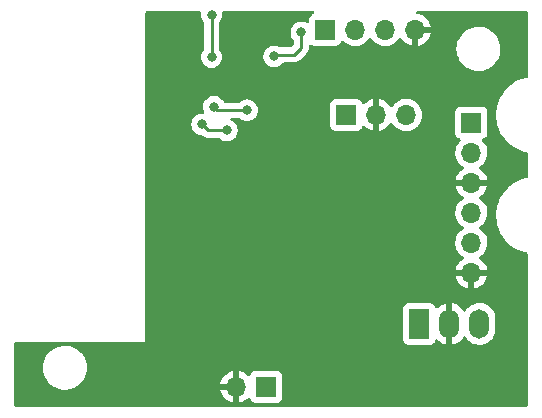
<source format=gbr>
%TF.GenerationSoftware,KiCad,Pcbnew,6.0.8-f2edbf62ab~116~ubuntu22.04.1*%
%TF.CreationDate,2022-10-18T22:53:01+02:00*%
%TF.ProjectId,ble-han-port-if,626c652d-6861-46e2-9d70-6f72742d6966,rev?*%
%TF.SameCoordinates,Original*%
%TF.FileFunction,Copper,L2,Bot*%
%TF.FilePolarity,Positive*%
%FSLAX46Y46*%
G04 Gerber Fmt 4.6, Leading zero omitted, Abs format (unit mm)*
G04 Created by KiCad (PCBNEW 6.0.8-f2edbf62ab~116~ubuntu22.04.1) date 2022-10-18 22:53:01*
%MOMM*%
%LPD*%
G01*
G04 APERTURE LIST*
%TA.AperFunction,ComponentPad*%
%ADD10R,1.700000X1.700000*%
%TD*%
%TA.AperFunction,ComponentPad*%
%ADD11O,1.700000X1.700000*%
%TD*%
%TA.AperFunction,ComponentPad*%
%ADD12R,1.700000X2.500000*%
%TD*%
%TA.AperFunction,ComponentPad*%
%ADD13O,1.700000X2.500000*%
%TD*%
%TA.AperFunction,ViaPad*%
%ADD14C,0.800000*%
%TD*%
%TA.AperFunction,Conductor*%
%ADD15C,0.250000*%
%TD*%
G04 APERTURE END LIST*
D10*
%TO.P,C8,1*%
%TO.N,+3V3*%
X137025000Y-116600000D03*
D11*
%TO.P,C8,2*%
%TO.N,GND*%
X134485000Y-116600000D03*
%TD*%
D10*
%TO.P,J2,1,Pin_1*%
%TO.N,+3V3*%
X142000000Y-86400000D03*
D11*
%TO.P,J2,2,Pin_2*%
%TO.N,/USB D-*%
X144540000Y-86400000D03*
%TO.P,J2,3,Pin_3*%
%TO.N,/USB D+*%
X147080000Y-86400000D03*
%TO.P,J2,4,Pin_4*%
%TO.N,GND*%
X149620000Y-86400000D03*
%TD*%
%TO.P,J3,6,Pin_6*%
%TO.N,GND*%
X154400000Y-106950000D03*
%TO.P,J3,5,Pin_5*%
%TO.N,/TX*%
X154400000Y-104410000D03*
%TO.P,J3,4,Pin_4*%
%TO.N,unconnected-(J3-Pad4)*%
X154400000Y-101870000D03*
%TO.P,J3,3,Pin_3*%
%TO.N,GND*%
X154400000Y-99330000D03*
%TO.P,J3,2,Pin_2*%
%TO.N,+5V*%
X154400000Y-96790000D03*
D10*
%TO.P,J3,1,Pin_1*%
X154400000Y-94250000D03*
%TD*%
%TO.P,J1,1,Pin_1*%
%TO.N,Net-(J1-Pad1)*%
X143800000Y-93600000D03*
D11*
%TO.P,J1,2,Pin_2*%
%TO.N,GND*%
X146340000Y-93600000D03*
%TO.P,J1,3,Pin_3*%
%TO.N,Net-(J1-Pad3)*%
X148880000Y-93600000D03*
%TD*%
D12*
%TO.P,U4,1,IN*%
%TO.N,+5V*%
X150002500Y-111292500D03*
D13*
%TO.P,U4,2,GND*%
%TO.N,GND*%
X152542500Y-111292500D03*
%TO.P,U4,3,OUT*%
%TO.N,+3V3*%
X155082500Y-111292500D03*
%TD*%
D14*
%TO.N,GND*%
X127650000Y-88300000D03*
X133800000Y-91800000D03*
X139300000Y-94750000D03*
X138800000Y-100100000D03*
X128800000Y-95250000D03*
X127150000Y-117450000D03*
X123900000Y-114300000D03*
X147950000Y-117100000D03*
X157350000Y-116950000D03*
X135900000Y-97700000D03*
X134500000Y-98800000D03*
X134500000Y-96700000D03*
X133300000Y-97700000D03*
X134500000Y-97800000D03*
X133200000Y-98900000D03*
X135900000Y-98900000D03*
X135900000Y-96700000D03*
X133300000Y-96700000D03*
%TO.N,/ledb*%
X132600000Y-92900000D03*
X135400000Y-93200000D03*
%TO.N,/leda*%
X131600000Y-94400000D03*
X133700000Y-94900000D03*
%TO.N,Net-(R4-Pad1)*%
X140000000Y-86600000D03*
X137700000Y-88650000D03*
%TO.N,Net-(R5-Pad1)*%
X132400000Y-88700000D03*
X132400000Y-85100000D03*
%TO.N,GND*%
X149600000Y-102900000D03*
X129900000Y-111700000D03*
X139900000Y-109200000D03*
X143100000Y-112900000D03*
X142300000Y-91000000D03*
X150700000Y-89500000D03*
%TD*%
D15*
%TO.N,Net-(R4-Pad1)*%
X139400000Y-88500000D02*
X137850000Y-88500000D01*
X137850000Y-88500000D02*
X137700000Y-88650000D01*
%TO.N,/ledb*%
X135400000Y-93200000D02*
X132900000Y-93200000D01*
X132900000Y-93200000D02*
X132600000Y-92900000D01*
%TO.N,/leda*%
X132100000Y-94900000D02*
X131600000Y-94400000D01*
X133700000Y-94900000D02*
X132100000Y-94900000D01*
%TO.N,Net-(R4-Pad1)*%
X140000000Y-86600000D02*
X140000000Y-87900000D01*
X140000000Y-87900000D02*
X139400000Y-88500000D01*
%TO.N,Net-(R5-Pad1)*%
X132400000Y-88700000D02*
X132400000Y-85100000D01*
%TD*%
%TA.AperFunction,Conductor*%
%TO.N,GND*%
G36*
X131445317Y-84828502D02*
G01*
X131491810Y-84882158D01*
X131502506Y-84947670D01*
X131489013Y-85076050D01*
X131486496Y-85100000D01*
X131487186Y-85106565D01*
X131504177Y-85268222D01*
X131506458Y-85289928D01*
X131565473Y-85471556D01*
X131568776Y-85477278D01*
X131568777Y-85477279D01*
X131584945Y-85505283D01*
X131660960Y-85636944D01*
X131734137Y-85718215D01*
X131764853Y-85782221D01*
X131766500Y-85802524D01*
X131766500Y-87997476D01*
X131746498Y-88065597D01*
X131734142Y-88081779D01*
X131660960Y-88163056D01*
X131651745Y-88179017D01*
X131592807Y-88281101D01*
X131565473Y-88328444D01*
X131506458Y-88510072D01*
X131486496Y-88700000D01*
X131487186Y-88706565D01*
X131499396Y-88822733D01*
X131506458Y-88889928D01*
X131565473Y-89071556D01*
X131660960Y-89236944D01*
X131788747Y-89378866D01*
X131943248Y-89491118D01*
X131949276Y-89493802D01*
X131949278Y-89493803D01*
X132101338Y-89561504D01*
X132117712Y-89568794D01*
X132211112Y-89588647D01*
X132298056Y-89607128D01*
X132298061Y-89607128D01*
X132304513Y-89608500D01*
X132495487Y-89608500D01*
X132501939Y-89607128D01*
X132501944Y-89607128D01*
X132588888Y-89588647D01*
X132682288Y-89568794D01*
X132698662Y-89561504D01*
X132850722Y-89493803D01*
X132850724Y-89493802D01*
X132856752Y-89491118D01*
X133011253Y-89378866D01*
X133139040Y-89236944D01*
X133234527Y-89071556D01*
X133293542Y-88889928D01*
X133300605Y-88822733D01*
X133312814Y-88706565D01*
X133313504Y-88700000D01*
X133293542Y-88510072D01*
X133234527Y-88328444D01*
X133207194Y-88281101D01*
X133148255Y-88179017D01*
X133139040Y-88163056D01*
X133065863Y-88081785D01*
X133035147Y-88017779D01*
X133033500Y-87997476D01*
X133033500Y-85802524D01*
X133053502Y-85734403D01*
X133065858Y-85718221D01*
X133139040Y-85636944D01*
X133215055Y-85505283D01*
X133231223Y-85477279D01*
X133231224Y-85477278D01*
X133234527Y-85471556D01*
X133293542Y-85289928D01*
X133295824Y-85268222D01*
X133312814Y-85106565D01*
X133313504Y-85100000D01*
X133310987Y-85076050D01*
X133297494Y-84947670D01*
X133310266Y-84877832D01*
X133358768Y-84825985D01*
X133422804Y-84808500D01*
X140984179Y-84808500D01*
X141052300Y-84828502D01*
X141098793Y-84882158D01*
X141108897Y-84952432D01*
X141079403Y-85017012D01*
X141028408Y-85052482D01*
X140911705Y-85096232D01*
X140911704Y-85096233D01*
X140903295Y-85099385D01*
X140786739Y-85186739D01*
X140699385Y-85303295D01*
X140648255Y-85439684D01*
X140641500Y-85501866D01*
X140641500Y-85698105D01*
X140621498Y-85766226D01*
X140567842Y-85812719D01*
X140497568Y-85822823D01*
X140456824Y-85808720D01*
X140456752Y-85808882D01*
X140450724Y-85806198D01*
X140450722Y-85806197D01*
X140288319Y-85733891D01*
X140288318Y-85733891D01*
X140282288Y-85731206D01*
X140188888Y-85711353D01*
X140101944Y-85692872D01*
X140101939Y-85692872D01*
X140095487Y-85691500D01*
X139904513Y-85691500D01*
X139898061Y-85692872D01*
X139898056Y-85692872D01*
X139811112Y-85711353D01*
X139717712Y-85731206D01*
X139711682Y-85733891D01*
X139711681Y-85733891D01*
X139549278Y-85806197D01*
X139549276Y-85806198D01*
X139543248Y-85808882D01*
X139388747Y-85921134D01*
X139260960Y-86063056D01*
X139165473Y-86228444D01*
X139106458Y-86410072D01*
X139105768Y-86416633D01*
X139105768Y-86416635D01*
X139103237Y-86440714D01*
X139086496Y-86600000D01*
X139106458Y-86789928D01*
X139165473Y-86971556D01*
X139260960Y-87136944D01*
X139334137Y-87218215D01*
X139364853Y-87282221D01*
X139366500Y-87302524D01*
X139366500Y-87585405D01*
X139346498Y-87653526D01*
X139329595Y-87674501D01*
X139174499Y-87829596D01*
X139112187Y-87863621D01*
X139085404Y-87866500D01*
X138200645Y-87866500D01*
X138149396Y-87855607D01*
X137988319Y-87783891D01*
X137988318Y-87783891D01*
X137982288Y-87781206D01*
X137887683Y-87761097D01*
X137801944Y-87742872D01*
X137801939Y-87742872D01*
X137795487Y-87741500D01*
X137604513Y-87741500D01*
X137598061Y-87742872D01*
X137598056Y-87742872D01*
X137512317Y-87761097D01*
X137417712Y-87781206D01*
X137411682Y-87783891D01*
X137411681Y-87783891D01*
X137249278Y-87856197D01*
X137249276Y-87856198D01*
X137243248Y-87858882D01*
X137237907Y-87862762D01*
X137237906Y-87862763D01*
X137187843Y-87899136D01*
X137088747Y-87971134D01*
X137084326Y-87976044D01*
X137084325Y-87976045D01*
X136967464Y-88105833D01*
X136960960Y-88113056D01*
X136928791Y-88168774D01*
X136895117Y-88227100D01*
X136865473Y-88278444D01*
X136806458Y-88460072D01*
X136805768Y-88466633D01*
X136805768Y-88466635D01*
X136787186Y-88643435D01*
X136786496Y-88650000D01*
X136787186Y-88656565D01*
X136797015Y-88750079D01*
X136806458Y-88839928D01*
X136865473Y-89021556D01*
X136868776Y-89027278D01*
X136868777Y-89027279D01*
X136884718Y-89054890D01*
X136960960Y-89186944D01*
X136965378Y-89191851D01*
X136965379Y-89191852D01*
X137084325Y-89323955D01*
X137088747Y-89328866D01*
X137243248Y-89441118D01*
X137249276Y-89443802D01*
X137249278Y-89443803D01*
X137346833Y-89487237D01*
X137417712Y-89518794D01*
X137511112Y-89538647D01*
X137598056Y-89557128D01*
X137598061Y-89557128D01*
X137604513Y-89558500D01*
X137795487Y-89558500D01*
X137801939Y-89557128D01*
X137801944Y-89557128D01*
X137888888Y-89538647D01*
X137982288Y-89518794D01*
X138053167Y-89487237D01*
X138150722Y-89443803D01*
X138150724Y-89443802D01*
X138156752Y-89441118D01*
X138311253Y-89328866D01*
X138315675Y-89323955D01*
X138434621Y-89191852D01*
X138434622Y-89191851D01*
X138439040Y-89186944D01*
X138440414Y-89184565D01*
X138495504Y-89142085D01*
X138541216Y-89133500D01*
X139321233Y-89133500D01*
X139332416Y-89134027D01*
X139339909Y-89135702D01*
X139347835Y-89135453D01*
X139347836Y-89135453D01*
X139407986Y-89133562D01*
X139411945Y-89133500D01*
X139439856Y-89133500D01*
X139443791Y-89133003D01*
X139443856Y-89132995D01*
X139455693Y-89132062D01*
X139487951Y-89131048D01*
X139491970Y-89130922D01*
X139499889Y-89130673D01*
X139519343Y-89125021D01*
X139538700Y-89121013D01*
X139550930Y-89119468D01*
X139550931Y-89119468D01*
X139558797Y-89118474D01*
X139566168Y-89115555D01*
X139566170Y-89115555D01*
X139599912Y-89102196D01*
X139611142Y-89098351D01*
X139645983Y-89088229D01*
X139645984Y-89088229D01*
X139653593Y-89086018D01*
X139660412Y-89081985D01*
X139660417Y-89081983D01*
X139671028Y-89075707D01*
X139688776Y-89067012D01*
X139707617Y-89059552D01*
X139743387Y-89033564D01*
X139753307Y-89027048D01*
X139784535Y-89008580D01*
X139784538Y-89008578D01*
X139791362Y-89004542D01*
X139805683Y-88990221D01*
X139820717Y-88977380D01*
X139830694Y-88970131D01*
X139837107Y-88965472D01*
X139865298Y-88931395D01*
X139873288Y-88922616D01*
X140392247Y-88403657D01*
X140400537Y-88396113D01*
X140407018Y-88392000D01*
X140453659Y-88342332D01*
X140456413Y-88339491D01*
X140476134Y-88319770D01*
X140478612Y-88316575D01*
X140486318Y-88307553D01*
X140511158Y-88281101D01*
X140516586Y-88275321D01*
X140526346Y-88257568D01*
X140537199Y-88241045D01*
X140544753Y-88231306D01*
X140549613Y-88225041D01*
X140567176Y-88184457D01*
X140572383Y-88173827D01*
X140593695Y-88135060D01*
X140595666Y-88127383D01*
X140595668Y-88127378D01*
X140598732Y-88115442D01*
X140605138Y-88096730D01*
X140610033Y-88085419D01*
X140613181Y-88078145D01*
X140614421Y-88070317D01*
X140614423Y-88070310D01*
X140618863Y-88042277D01*
X153137009Y-88042277D01*
X153162625Y-88310769D01*
X153163710Y-88315203D01*
X153163711Y-88315209D01*
X153209858Y-88503794D01*
X153226731Y-88572750D01*
X153327985Y-88822733D01*
X153391609Y-88931395D01*
X153444401Y-89021556D01*
X153464265Y-89055482D01*
X153499875Y-89100010D01*
X153584686Y-89206060D01*
X153632716Y-89266119D01*
X153829809Y-89450234D01*
X154051416Y-89603968D01*
X154055499Y-89605999D01*
X154055502Y-89606001D01*
X154171013Y-89663466D01*
X154292894Y-89724101D01*
X154297228Y-89725522D01*
X154297231Y-89725523D01*
X154544853Y-89806698D01*
X154544859Y-89806699D01*
X154549186Y-89808118D01*
X154553677Y-89808898D01*
X154553678Y-89808898D01*
X154811140Y-89853601D01*
X154811148Y-89853602D01*
X154814921Y-89854257D01*
X154818758Y-89854448D01*
X154898578Y-89858422D01*
X154898586Y-89858422D01*
X154900149Y-89858500D01*
X155068512Y-89858500D01*
X155070780Y-89858335D01*
X155070792Y-89858335D01*
X155201884Y-89848823D01*
X155269004Y-89843953D01*
X155273459Y-89842969D01*
X155273462Y-89842969D01*
X155527912Y-89786791D01*
X155527916Y-89786790D01*
X155532372Y-89785806D01*
X155658480Y-89738028D01*
X155780318Y-89691868D01*
X155780321Y-89691867D01*
X155784588Y-89690250D01*
X156020368Y-89559286D01*
X156234773Y-89395657D01*
X156247392Y-89382749D01*
X156420117Y-89206060D01*
X156423312Y-89202792D01*
X156582034Y-88984730D01*
X156665190Y-88826676D01*
X156705490Y-88750079D01*
X156705493Y-88750073D01*
X156707615Y-88746039D01*
X156743849Y-88643435D01*
X156795902Y-88496033D01*
X156795902Y-88496032D01*
X156797425Y-88491720D01*
X156831316Y-88319770D01*
X156848700Y-88231572D01*
X156848701Y-88231566D01*
X156849581Y-88227100D01*
X156852769Y-88163056D01*
X156862764Y-87962292D01*
X156862764Y-87962286D01*
X156862991Y-87957723D01*
X156837375Y-87689231D01*
X156832468Y-87669174D01*
X156774355Y-87431688D01*
X156773269Y-87427250D01*
X156672015Y-87177267D01*
X156535735Y-86944518D01*
X156417127Y-86796206D01*
X156370136Y-86737447D01*
X156370135Y-86737445D01*
X156367284Y-86733881D01*
X156170191Y-86549766D01*
X155948584Y-86396032D01*
X155944501Y-86394001D01*
X155944498Y-86393999D01*
X155779606Y-86311967D01*
X155707106Y-86275899D01*
X155702772Y-86274478D01*
X155702769Y-86274477D01*
X155455147Y-86193302D01*
X155455141Y-86193301D01*
X155450814Y-86191882D01*
X155446322Y-86191102D01*
X155188860Y-86146399D01*
X155188852Y-86146398D01*
X155185079Y-86145743D01*
X155173817Y-86145182D01*
X155101422Y-86141578D01*
X155101414Y-86141578D01*
X155099851Y-86141500D01*
X154931488Y-86141500D01*
X154929220Y-86141665D01*
X154929208Y-86141665D01*
X154798116Y-86151177D01*
X154730996Y-86156047D01*
X154726541Y-86157031D01*
X154726538Y-86157031D01*
X154472088Y-86213209D01*
X154472084Y-86213210D01*
X154467628Y-86214194D01*
X154430016Y-86228444D01*
X154219682Y-86308132D01*
X154219679Y-86308133D01*
X154215412Y-86309750D01*
X153979632Y-86440714D01*
X153765227Y-86604343D01*
X153762034Y-86607609D01*
X153762032Y-86607611D01*
X153712309Y-86658475D01*
X153576688Y-86797208D01*
X153417966Y-87015270D01*
X153394768Y-87059362D01*
X153294510Y-87249921D01*
X153294507Y-87249927D01*
X153292385Y-87253961D01*
X153290865Y-87258266D01*
X153290863Y-87258270D01*
X153204125Y-87503891D01*
X153202575Y-87508280D01*
X153177463Y-87635691D01*
X153154589Y-87751745D01*
X153150419Y-87772900D01*
X153150192Y-87777453D01*
X153150192Y-87777456D01*
X153137976Y-88022856D01*
X153137009Y-88042277D01*
X140618863Y-88042277D01*
X140620099Y-88034476D01*
X140622505Y-88022856D01*
X140631528Y-87987711D01*
X140631528Y-87987710D01*
X140633500Y-87980030D01*
X140633500Y-87959776D01*
X140635051Y-87940065D01*
X140636980Y-87927886D01*
X140638220Y-87920057D01*
X140634059Y-87876038D01*
X140633500Y-87864181D01*
X140633500Y-87750305D01*
X140653502Y-87682184D01*
X140707158Y-87635691D01*
X140777432Y-87625587D01*
X140835064Y-87649479D01*
X140903295Y-87700615D01*
X141039684Y-87751745D01*
X141101866Y-87758500D01*
X142898134Y-87758500D01*
X142960316Y-87751745D01*
X143096705Y-87700615D01*
X143213261Y-87613261D01*
X143300615Y-87496705D01*
X143322799Y-87437529D01*
X143344598Y-87379382D01*
X143387240Y-87322618D01*
X143453802Y-87297918D01*
X143523150Y-87313126D01*
X143557817Y-87341114D01*
X143586250Y-87373938D01*
X143662376Y-87437139D01*
X143753465Y-87512762D01*
X143758126Y-87516632D01*
X143951000Y-87629338D01*
X144159692Y-87709030D01*
X144164760Y-87710061D01*
X144164763Y-87710062D01*
X144259862Y-87729410D01*
X144378597Y-87753567D01*
X144383772Y-87753757D01*
X144383774Y-87753757D01*
X144596673Y-87761564D01*
X144596677Y-87761564D01*
X144601837Y-87761753D01*
X144606957Y-87761097D01*
X144606959Y-87761097D01*
X144818288Y-87734025D01*
X144818289Y-87734025D01*
X144823416Y-87733368D01*
X144828366Y-87731883D01*
X145032429Y-87670661D01*
X145032434Y-87670659D01*
X145037384Y-87669174D01*
X145237994Y-87570896D01*
X145419860Y-87441173D01*
X145578096Y-87283489D01*
X145708453Y-87102077D01*
X145709776Y-87103028D01*
X145756645Y-87059857D01*
X145826580Y-87047625D01*
X145892026Y-87075144D01*
X145919875Y-87106994D01*
X145979987Y-87205088D01*
X146126250Y-87373938D01*
X146202376Y-87437139D01*
X146293465Y-87512762D01*
X146298126Y-87516632D01*
X146491000Y-87629338D01*
X146699692Y-87709030D01*
X146704760Y-87710061D01*
X146704763Y-87710062D01*
X146799862Y-87729410D01*
X146918597Y-87753567D01*
X146923772Y-87753757D01*
X146923774Y-87753757D01*
X147136673Y-87761564D01*
X147136677Y-87761564D01*
X147141837Y-87761753D01*
X147146957Y-87761097D01*
X147146959Y-87761097D01*
X147358288Y-87734025D01*
X147358289Y-87734025D01*
X147363416Y-87733368D01*
X147368366Y-87731883D01*
X147572429Y-87670661D01*
X147572434Y-87670659D01*
X147577384Y-87669174D01*
X147777994Y-87570896D01*
X147959860Y-87441173D01*
X148118096Y-87283489D01*
X148248453Y-87102077D01*
X148249640Y-87102930D01*
X148296960Y-87059362D01*
X148366897Y-87047145D01*
X148432338Y-87074678D01*
X148460166Y-87106511D01*
X148517694Y-87200388D01*
X148523777Y-87208699D01*
X148663213Y-87369667D01*
X148670580Y-87376883D01*
X148834434Y-87512916D01*
X148842881Y-87518831D01*
X149026756Y-87626279D01*
X149036042Y-87630729D01*
X149235001Y-87706703D01*
X149244899Y-87709579D01*
X149348250Y-87730606D01*
X149362299Y-87729410D01*
X149366000Y-87719065D01*
X149366000Y-87718517D01*
X149874000Y-87718517D01*
X149878064Y-87732359D01*
X149891478Y-87734393D01*
X149898184Y-87733534D01*
X149908262Y-87731392D01*
X150112255Y-87670191D01*
X150121842Y-87666433D01*
X150313095Y-87572739D01*
X150321945Y-87567464D01*
X150495328Y-87443792D01*
X150503200Y-87437139D01*
X150654052Y-87286812D01*
X150660730Y-87278965D01*
X150785003Y-87106020D01*
X150790313Y-87097183D01*
X150884670Y-86906267D01*
X150888469Y-86896672D01*
X150950377Y-86692910D01*
X150952555Y-86682837D01*
X150953986Y-86671962D01*
X150951775Y-86657778D01*
X150938617Y-86654000D01*
X149892115Y-86654000D01*
X149876876Y-86658475D01*
X149875671Y-86659865D01*
X149874000Y-86667548D01*
X149874000Y-87718517D01*
X149366000Y-87718517D01*
X149366000Y-86272000D01*
X149386002Y-86203879D01*
X149439658Y-86157386D01*
X149492000Y-86146000D01*
X150938344Y-86146000D01*
X150951875Y-86142027D01*
X150953180Y-86132947D01*
X150911214Y-85965875D01*
X150907894Y-85956124D01*
X150822972Y-85760814D01*
X150818105Y-85751739D01*
X150702426Y-85572926D01*
X150696136Y-85564757D01*
X150552806Y-85407240D01*
X150545273Y-85400215D01*
X150378139Y-85268222D01*
X150369552Y-85262517D01*
X150183117Y-85159599D01*
X150173705Y-85155369D01*
X149972959Y-85084280D01*
X149962989Y-85081646D01*
X149833307Y-85058547D01*
X149769750Y-85026909D01*
X149733387Y-84965932D01*
X149735763Y-84894975D01*
X149776124Y-84836567D01*
X149841656Y-84809252D01*
X149855403Y-84808500D01*
X159065500Y-84808500D01*
X159133621Y-84828502D01*
X159180114Y-84882158D01*
X159191500Y-84934500D01*
X159191500Y-90325008D01*
X159171498Y-90393129D01*
X159117842Y-90439622D01*
X159085886Y-90449348D01*
X159070225Y-90451915D01*
X159012618Y-90461359D01*
X159012609Y-90461361D01*
X159009254Y-90461911D01*
X159005964Y-90462824D01*
X159005966Y-90462824D01*
X158677311Y-90554074D01*
X158677308Y-90554075D01*
X158674016Y-90554989D01*
X158350807Y-90683768D01*
X158043416Y-90846736D01*
X158040601Y-90848644D01*
X158040597Y-90848647D01*
X157758272Y-91040068D01*
X157758265Y-91040074D01*
X157755447Y-91041984D01*
X157490276Y-91267223D01*
X157251012Y-91519811D01*
X157040460Y-91796787D01*
X157038697Y-91799717D01*
X157038695Y-91799720D01*
X156900240Y-92029834D01*
X156861088Y-92094904D01*
X156715001Y-92410668D01*
X156673200Y-92534729D01*
X156616236Y-92703794D01*
X156603910Y-92740375D01*
X156529117Y-93080160D01*
X156528747Y-93083559D01*
X156528746Y-93083567D01*
X156509877Y-93257068D01*
X156491500Y-93426040D01*
X156491500Y-93773960D01*
X156503910Y-93888069D01*
X156527884Y-94108500D01*
X156529117Y-94119840D01*
X156603910Y-94459625D01*
X156605001Y-94462864D01*
X156605003Y-94462870D01*
X156624955Y-94522084D01*
X156715001Y-94789332D01*
X156861088Y-95105096D01*
X156862842Y-95108011D01*
X156862844Y-95108015D01*
X157038695Y-95400280D01*
X157040460Y-95403213D01*
X157251012Y-95680189D01*
X157490276Y-95932777D01*
X157755447Y-96158016D01*
X157758265Y-96159926D01*
X157758272Y-96159932D01*
X158039637Y-96350702D01*
X158043416Y-96353264D01*
X158350807Y-96516232D01*
X158674016Y-96645011D01*
X158677308Y-96645925D01*
X158677311Y-96645926D01*
X158879303Y-96702008D01*
X159009254Y-96738089D01*
X159012609Y-96738639D01*
X159012618Y-96738641D01*
X159070225Y-96748085D01*
X159085885Y-96750652D01*
X159149872Y-96781411D01*
X159187072Y-96841882D01*
X159191500Y-96874992D01*
X159191500Y-98825008D01*
X159171498Y-98893129D01*
X159117842Y-98939622D01*
X159085886Y-98949348D01*
X159070225Y-98951915D01*
X159012618Y-98961359D01*
X159012609Y-98961361D01*
X159009254Y-98961911D01*
X159005964Y-98962824D01*
X159005966Y-98962824D01*
X158677311Y-99054074D01*
X158677308Y-99054075D01*
X158674016Y-99054989D01*
X158350807Y-99183768D01*
X158043416Y-99346736D01*
X158040601Y-99348644D01*
X158040597Y-99348647D01*
X157758272Y-99540068D01*
X157758265Y-99540074D01*
X157755447Y-99541984D01*
X157701305Y-99587973D01*
X157531219Y-99732446D01*
X157490276Y-99767223D01*
X157251012Y-100019811D01*
X157040460Y-100296787D01*
X157038697Y-100299717D01*
X157038695Y-100299720D01*
X156924687Y-100489203D01*
X156861088Y-100594904D01*
X156715001Y-100910668D01*
X156713909Y-100913910D01*
X156617051Y-101201375D01*
X156603910Y-101240375D01*
X156529117Y-101580160D01*
X156528747Y-101583559D01*
X156528746Y-101583567D01*
X156524816Y-101619707D01*
X156491500Y-101926040D01*
X156491500Y-102273960D01*
X156529117Y-102619840D01*
X156603910Y-102959625D01*
X156605001Y-102962864D01*
X156605003Y-102962870D01*
X156613889Y-102989242D01*
X156715001Y-103289332D01*
X156861088Y-103605096D01*
X156862842Y-103608011D01*
X156862844Y-103608015D01*
X156955189Y-103761492D01*
X157040460Y-103903213D01*
X157251012Y-104180189D01*
X157490276Y-104432777D01*
X157755447Y-104658016D01*
X157758265Y-104659926D01*
X157758272Y-104659932D01*
X158040597Y-104851353D01*
X158043416Y-104853264D01*
X158350807Y-105016232D01*
X158674016Y-105145011D01*
X158677308Y-105145925D01*
X158677311Y-105145926D01*
X158879303Y-105202008D01*
X159009254Y-105238089D01*
X159012609Y-105238639D01*
X159012618Y-105238641D01*
X159070225Y-105248085D01*
X159085885Y-105250652D01*
X159149872Y-105281411D01*
X159187072Y-105341882D01*
X159191500Y-105374992D01*
X159191500Y-118165500D01*
X159171498Y-118233621D01*
X159117842Y-118280114D01*
X159065500Y-118291500D01*
X115834500Y-118291500D01*
X115766379Y-118271498D01*
X115719886Y-118217842D01*
X115708500Y-118165500D01*
X115708500Y-116867966D01*
X133153257Y-116867966D01*
X133183565Y-117002446D01*
X133186645Y-117012275D01*
X133266770Y-117209603D01*
X133271413Y-117218794D01*
X133382694Y-117400388D01*
X133388777Y-117408699D01*
X133528213Y-117569667D01*
X133535580Y-117576883D01*
X133699434Y-117712916D01*
X133707881Y-117718831D01*
X133891756Y-117826279D01*
X133901042Y-117830729D01*
X134100001Y-117906703D01*
X134109899Y-117909579D01*
X134213250Y-117930606D01*
X134227299Y-117929410D01*
X134231000Y-117919065D01*
X134231000Y-117918517D01*
X134739000Y-117918517D01*
X134743064Y-117932359D01*
X134756478Y-117934393D01*
X134763184Y-117933534D01*
X134773262Y-117931392D01*
X134977255Y-117870191D01*
X134986842Y-117866433D01*
X135178095Y-117772739D01*
X135186945Y-117767464D01*
X135360328Y-117643792D01*
X135368193Y-117637145D01*
X135472897Y-117532805D01*
X135535268Y-117498889D01*
X135606075Y-117504077D01*
X135662837Y-117546723D01*
X135679819Y-117577826D01*
X135724385Y-117696705D01*
X135811739Y-117813261D01*
X135928295Y-117900615D01*
X136064684Y-117951745D01*
X136126866Y-117958500D01*
X137923134Y-117958500D01*
X137985316Y-117951745D01*
X138121705Y-117900615D01*
X138238261Y-117813261D01*
X138325615Y-117696705D01*
X138376745Y-117560316D01*
X138383500Y-117498134D01*
X138383500Y-115701866D01*
X138376745Y-115639684D01*
X138325615Y-115503295D01*
X138238261Y-115386739D01*
X138121705Y-115299385D01*
X137985316Y-115248255D01*
X137923134Y-115241500D01*
X136126866Y-115241500D01*
X136064684Y-115248255D01*
X135928295Y-115299385D01*
X135811739Y-115386739D01*
X135724385Y-115503295D01*
X135721233Y-115511703D01*
X135721232Y-115511705D01*
X135679722Y-115622433D01*
X135637081Y-115679198D01*
X135570519Y-115703898D01*
X135501170Y-115688691D01*
X135468546Y-115663004D01*
X135417799Y-115607234D01*
X135410273Y-115600215D01*
X135243139Y-115468222D01*
X135234552Y-115462517D01*
X135048117Y-115359599D01*
X135038705Y-115355369D01*
X134837959Y-115284280D01*
X134827988Y-115281646D01*
X134756837Y-115268972D01*
X134743540Y-115270432D01*
X134739000Y-115284989D01*
X134739000Y-117918517D01*
X134231000Y-117918517D01*
X134231000Y-116872115D01*
X134226525Y-116856876D01*
X134225135Y-116855671D01*
X134217452Y-116854000D01*
X133168225Y-116854000D01*
X133154694Y-116857973D01*
X133153257Y-116867966D01*
X115708500Y-116867966D01*
X115708500Y-115042277D01*
X118137009Y-115042277D01*
X118162625Y-115310769D01*
X118163710Y-115315203D01*
X118163711Y-115315209D01*
X118211793Y-115511703D01*
X118226731Y-115572750D01*
X118327985Y-115822733D01*
X118464265Y-116055482D01*
X118576377Y-116195671D01*
X118584686Y-116206060D01*
X118632716Y-116266119D01*
X118829809Y-116450234D01*
X119051416Y-116603968D01*
X119055499Y-116605999D01*
X119055502Y-116606001D01*
X119171013Y-116663466D01*
X119292894Y-116724101D01*
X119297228Y-116725522D01*
X119297231Y-116725523D01*
X119544853Y-116806698D01*
X119544859Y-116806699D01*
X119549186Y-116808118D01*
X119553677Y-116808898D01*
X119553678Y-116808898D01*
X119811140Y-116853601D01*
X119811148Y-116853602D01*
X119814921Y-116854257D01*
X119818758Y-116854448D01*
X119898578Y-116858422D01*
X119898586Y-116858422D01*
X119900149Y-116858500D01*
X120068512Y-116858500D01*
X120070780Y-116858335D01*
X120070792Y-116858335D01*
X120201884Y-116848823D01*
X120269004Y-116843953D01*
X120273459Y-116842969D01*
X120273462Y-116842969D01*
X120527912Y-116786791D01*
X120527916Y-116786790D01*
X120532372Y-116785806D01*
X120658480Y-116738028D01*
X120780318Y-116691868D01*
X120780321Y-116691867D01*
X120784588Y-116690250D01*
X121020368Y-116559286D01*
X121234773Y-116395657D01*
X121294868Y-116334183D01*
X133149389Y-116334183D01*
X133150912Y-116342607D01*
X133163292Y-116346000D01*
X134212885Y-116346000D01*
X134228124Y-116341525D01*
X134229329Y-116340135D01*
X134231000Y-116332452D01*
X134231000Y-115283102D01*
X134227082Y-115269758D01*
X134212806Y-115267771D01*
X134174324Y-115273660D01*
X134164288Y-115276051D01*
X133961868Y-115342212D01*
X133952359Y-115346209D01*
X133763463Y-115444542D01*
X133754738Y-115450036D01*
X133584433Y-115577905D01*
X133576726Y-115584748D01*
X133429590Y-115738717D01*
X133423104Y-115746727D01*
X133303098Y-115922649D01*
X133298000Y-115931623D01*
X133208338Y-116124783D01*
X133204775Y-116134470D01*
X133149389Y-116334183D01*
X121294868Y-116334183D01*
X121423312Y-116202792D01*
X121582034Y-115984730D01*
X121665190Y-115826676D01*
X121705490Y-115750079D01*
X121705493Y-115750073D01*
X121707615Y-115746039D01*
X121723215Y-115701866D01*
X121795902Y-115496033D01*
X121795902Y-115496032D01*
X121797425Y-115491720D01*
X121840404Y-115273660D01*
X121848700Y-115231572D01*
X121848701Y-115231566D01*
X121849581Y-115227100D01*
X121858782Y-115042277D01*
X121862764Y-114962292D01*
X121862764Y-114962286D01*
X121862991Y-114957723D01*
X121837375Y-114689231D01*
X121792042Y-114503967D01*
X121774355Y-114431688D01*
X121773269Y-114427250D01*
X121672015Y-114177267D01*
X121535735Y-113944518D01*
X121417928Y-113797208D01*
X121370136Y-113737447D01*
X121370135Y-113737445D01*
X121367284Y-113733881D01*
X121170191Y-113549766D01*
X120948584Y-113396032D01*
X120944501Y-113394001D01*
X120944498Y-113393999D01*
X120779606Y-113311967D01*
X120707106Y-113275899D01*
X120702772Y-113274478D01*
X120702769Y-113274477D01*
X120455147Y-113193302D01*
X120455141Y-113193301D01*
X120450814Y-113191882D01*
X120446322Y-113191102D01*
X120188860Y-113146399D01*
X120188852Y-113146398D01*
X120185079Y-113145743D01*
X120173817Y-113145182D01*
X120101422Y-113141578D01*
X120101414Y-113141578D01*
X120099851Y-113141500D01*
X119931488Y-113141500D01*
X119929220Y-113141665D01*
X119929208Y-113141665D01*
X119798116Y-113151177D01*
X119730996Y-113156047D01*
X119726541Y-113157031D01*
X119726538Y-113157031D01*
X119472088Y-113213209D01*
X119472084Y-113213210D01*
X119467628Y-113214194D01*
X119341520Y-113261972D01*
X119219682Y-113308132D01*
X119219679Y-113308133D01*
X119215412Y-113309750D01*
X118979632Y-113440714D01*
X118765227Y-113604343D01*
X118576688Y-113797208D01*
X118417966Y-114015270D01*
X118415844Y-114019304D01*
X118294510Y-114249921D01*
X118294507Y-114249927D01*
X118292385Y-114253961D01*
X118290865Y-114258266D01*
X118290863Y-114258270D01*
X118204098Y-114503967D01*
X118202575Y-114508280D01*
X118150419Y-114772900D01*
X118150192Y-114777453D01*
X118150192Y-114777456D01*
X118140991Y-114962292D01*
X118137009Y-115042277D01*
X115708500Y-115042277D01*
X115708500Y-112926000D01*
X115728502Y-112857879D01*
X115782158Y-112811386D01*
X115834500Y-112800000D01*
X126800000Y-112800000D01*
X126800000Y-112590634D01*
X148644000Y-112590634D01*
X148650755Y-112652816D01*
X148701885Y-112789205D01*
X148789239Y-112905761D01*
X148905795Y-112993115D01*
X149042184Y-113044245D01*
X149104366Y-113051000D01*
X150900634Y-113051000D01*
X150962816Y-113044245D01*
X151099205Y-112993115D01*
X151215761Y-112905761D01*
X151303115Y-112789205D01*
X151332891Y-112709778D01*
X151347920Y-112669689D01*
X151390562Y-112612925D01*
X151457123Y-112588225D01*
X151526472Y-112603433D01*
X151557072Y-112626947D01*
X151635734Y-112709406D01*
X151643686Y-112716441D01*
X151820025Y-112847641D01*
X151829062Y-112853245D01*
X152024984Y-112952857D01*
X152034835Y-112956857D01*
X152244740Y-113022034D01*
X152255124Y-113024317D01*
X152270543Y-113026361D01*
X152284707Y-113024165D01*
X152288500Y-113010978D01*
X152288500Y-113008692D01*
X152796500Y-113008692D01*
X152800473Y-113022223D01*
X152811080Y-113023748D01*
X152928921Y-112999023D01*
X152939117Y-112995963D01*
X153143529Y-112915237D01*
X153153061Y-112910506D01*
X153340962Y-112796484D01*
X153349552Y-112790220D01*
X153515552Y-112646173D01*
X153522972Y-112638542D01*
X153662326Y-112468589D01*
X153668350Y-112459822D01*
X153702065Y-112400594D01*
X153753147Y-112351288D01*
X153822777Y-112337426D01*
X153888848Y-112363409D01*
X153916087Y-112392559D01*
X154019941Y-112546819D01*
X154023620Y-112550676D01*
X154023622Y-112550678D01*
X154064979Y-112594031D01*
X154179076Y-112713635D01*
X154364042Y-112851254D01*
X154368793Y-112853670D01*
X154368797Y-112853672D01*
X154377072Y-112857879D01*
X154569551Y-112955740D01*
X154574645Y-112957322D01*
X154574648Y-112957323D01*
X154740083Y-113008692D01*
X154789727Y-113024107D01*
X154795016Y-113024808D01*
X155012989Y-113053698D01*
X155012994Y-113053698D01*
X155018274Y-113054398D01*
X155023603Y-113054198D01*
X155023605Y-113054198D01*
X155133466Y-113050073D01*
X155248658Y-113045749D01*
X155474291Y-112998407D01*
X155479250Y-112996449D01*
X155479252Y-112996448D01*
X155683756Y-112915685D01*
X155683758Y-112915684D01*
X155688721Y-112913724D01*
X155694025Y-112910506D01*
X155840776Y-112821455D01*
X155885817Y-112794123D01*
X155901174Y-112780797D01*
X156055912Y-112646523D01*
X156055914Y-112646521D01*
X156059945Y-112643023D01*
X156105703Y-112587217D01*
X156202740Y-112468873D01*
X156202744Y-112468867D01*
X156206124Y-112464745D01*
X156208927Y-112459822D01*
X156317532Y-112269029D01*
X156320175Y-112264386D01*
X156398837Y-112047675D01*
X156421523Y-111922220D01*
X156439123Y-111824892D01*
X156439124Y-111824885D01*
X156439861Y-111820808D01*
X156441000Y-111796656D01*
X156441000Y-110834610D01*
X156426420Y-110662780D01*
X156425082Y-110657625D01*
X156425081Y-110657619D01*
X156369843Y-110444797D01*
X156369842Y-110444793D01*
X156368501Y-110439628D01*
X156273812Y-110229425D01*
X156145059Y-110038181D01*
X156103262Y-109994366D01*
X156061203Y-109950278D01*
X155985924Y-109871365D01*
X155800958Y-109733746D01*
X155796207Y-109731330D01*
X155796203Y-109731328D01*
X155698204Y-109681503D01*
X155595449Y-109629260D01*
X155590355Y-109627678D01*
X155590352Y-109627677D01*
X155380371Y-109562476D01*
X155375273Y-109560893D01*
X155369984Y-109560192D01*
X155152011Y-109531302D01*
X155152006Y-109531302D01*
X155146726Y-109530602D01*
X155141397Y-109530802D01*
X155141395Y-109530802D01*
X155046384Y-109534369D01*
X154916342Y-109539251D01*
X154690709Y-109586593D01*
X154685750Y-109588551D01*
X154685748Y-109588552D01*
X154481244Y-109669315D01*
X154481242Y-109669316D01*
X154476279Y-109671276D01*
X154471720Y-109674043D01*
X154471717Y-109674044D01*
X154376613Y-109731755D01*
X154279183Y-109790877D01*
X154275153Y-109794374D01*
X154181984Y-109875222D01*
X154105055Y-109941977D01*
X154070984Y-109983530D01*
X153962260Y-110116127D01*
X153962256Y-110116133D01*
X153958876Y-110120255D01*
X153956236Y-110124893D01*
X153922347Y-110184428D01*
X153871265Y-110233734D01*
X153801635Y-110247596D01*
X153735564Y-110221613D01*
X153708325Y-110192463D01*
X153607650Y-110042925D01*
X153600981Y-110034630D01*
X153449272Y-109875600D01*
X153441314Y-109868559D01*
X153264975Y-109737359D01*
X153255938Y-109731755D01*
X153060016Y-109632143D01*
X153050165Y-109628143D01*
X152840260Y-109562966D01*
X152829876Y-109560683D01*
X152814457Y-109558639D01*
X152800293Y-109560835D01*
X152796500Y-109574022D01*
X152796500Y-113008692D01*
X152288500Y-113008692D01*
X152288500Y-109576308D01*
X152284527Y-109562777D01*
X152273920Y-109561252D01*
X152156079Y-109585977D01*
X152145883Y-109589037D01*
X151941471Y-109669763D01*
X151931939Y-109674494D01*
X151744038Y-109788516D01*
X151735448Y-109794780D01*
X151569448Y-109938827D01*
X151562033Y-109946453D01*
X151561767Y-109946777D01*
X151561620Y-109946877D01*
X151558313Y-109950278D01*
X151557620Y-109949604D01*
X151503108Y-109986773D01*
X151432138Y-109988707D01*
X151371388Y-109951965D01*
X151346348Y-109911118D01*
X151306268Y-109804205D01*
X151306267Y-109804203D01*
X151303115Y-109795795D01*
X151215761Y-109679239D01*
X151099205Y-109591885D01*
X150962816Y-109540755D01*
X150900634Y-109534000D01*
X149104366Y-109534000D01*
X149042184Y-109540755D01*
X148905795Y-109591885D01*
X148789239Y-109679239D01*
X148701885Y-109795795D01*
X148650755Y-109932184D01*
X148644000Y-109994366D01*
X148644000Y-112590634D01*
X126800000Y-112590634D01*
X126800000Y-107217966D01*
X153068257Y-107217966D01*
X153098565Y-107352446D01*
X153101645Y-107362275D01*
X153181770Y-107559603D01*
X153186413Y-107568794D01*
X153297694Y-107750388D01*
X153303777Y-107758699D01*
X153443213Y-107919667D01*
X153450580Y-107926883D01*
X153614434Y-108062916D01*
X153622881Y-108068831D01*
X153806756Y-108176279D01*
X153816042Y-108180729D01*
X154015001Y-108256703D01*
X154024899Y-108259579D01*
X154128250Y-108280606D01*
X154142299Y-108279410D01*
X154146000Y-108269065D01*
X154146000Y-108268517D01*
X154654000Y-108268517D01*
X154658064Y-108282359D01*
X154671478Y-108284393D01*
X154678184Y-108283534D01*
X154688262Y-108281392D01*
X154892255Y-108220191D01*
X154901842Y-108216433D01*
X155093095Y-108122739D01*
X155101945Y-108117464D01*
X155275328Y-107993792D01*
X155283200Y-107987139D01*
X155434052Y-107836812D01*
X155440730Y-107828965D01*
X155565003Y-107656020D01*
X155570313Y-107647183D01*
X155664670Y-107456267D01*
X155668469Y-107446672D01*
X155730377Y-107242910D01*
X155732555Y-107232837D01*
X155733986Y-107221962D01*
X155731775Y-107207778D01*
X155718617Y-107204000D01*
X154672115Y-107204000D01*
X154656876Y-107208475D01*
X154655671Y-107209865D01*
X154654000Y-107217548D01*
X154654000Y-108268517D01*
X154146000Y-108268517D01*
X154146000Y-107222115D01*
X154141525Y-107206876D01*
X154140135Y-107205671D01*
X154132452Y-107204000D01*
X153083225Y-107204000D01*
X153069694Y-107207973D01*
X153068257Y-107217966D01*
X126800000Y-107217966D01*
X126800000Y-104376695D01*
X153037251Y-104376695D01*
X153037548Y-104381848D01*
X153037548Y-104381851D01*
X153043011Y-104476590D01*
X153050110Y-104599715D01*
X153051247Y-104604761D01*
X153051248Y-104604767D01*
X153071119Y-104692939D01*
X153099222Y-104817639D01*
X153137461Y-104911811D01*
X153179862Y-105016232D01*
X153183266Y-105024616D01*
X153299987Y-105215088D01*
X153446250Y-105383938D01*
X153618126Y-105526632D01*
X153691955Y-105569774D01*
X153740679Y-105621412D01*
X153753750Y-105691195D01*
X153727019Y-105756967D01*
X153686562Y-105790327D01*
X153678457Y-105794546D01*
X153669738Y-105800036D01*
X153499433Y-105927905D01*
X153491726Y-105934748D01*
X153344590Y-106088717D01*
X153338104Y-106096727D01*
X153218098Y-106272649D01*
X153213000Y-106281623D01*
X153123338Y-106474783D01*
X153119775Y-106484470D01*
X153064389Y-106684183D01*
X153065912Y-106692607D01*
X153078292Y-106696000D01*
X155718344Y-106696000D01*
X155731875Y-106692027D01*
X155733180Y-106682947D01*
X155691214Y-106515875D01*
X155687894Y-106506124D01*
X155602972Y-106310814D01*
X155598105Y-106301739D01*
X155482426Y-106122926D01*
X155476136Y-106114757D01*
X155332806Y-105957240D01*
X155325273Y-105950215D01*
X155158139Y-105818222D01*
X155149556Y-105812520D01*
X155112602Y-105792120D01*
X155062631Y-105741687D01*
X155047859Y-105672245D01*
X155072975Y-105605839D01*
X155100327Y-105579232D01*
X155123797Y-105562491D01*
X155279860Y-105451173D01*
X155438096Y-105293489D01*
X155497594Y-105210689D01*
X155565435Y-105116277D01*
X155568453Y-105112077D01*
X155667430Y-104911811D01*
X155732370Y-104698069D01*
X155761529Y-104476590D01*
X155761762Y-104467042D01*
X155763074Y-104413365D01*
X155763074Y-104413361D01*
X155763156Y-104410000D01*
X155744852Y-104187361D01*
X155690431Y-103970702D01*
X155601354Y-103765840D01*
X155526171Y-103649625D01*
X155482822Y-103582617D01*
X155482820Y-103582614D01*
X155480014Y-103578277D01*
X155329670Y-103413051D01*
X155325619Y-103409852D01*
X155325615Y-103409848D01*
X155158414Y-103277800D01*
X155158410Y-103277798D01*
X155154359Y-103274598D01*
X155113053Y-103251796D01*
X155063084Y-103201364D01*
X155048312Y-103131921D01*
X155073428Y-103065516D01*
X155100780Y-103038909D01*
X155144603Y-103007650D01*
X155279860Y-102911173D01*
X155438096Y-102753489D01*
X155497594Y-102670689D01*
X155565435Y-102576277D01*
X155568453Y-102572077D01*
X155667430Y-102371811D01*
X155732370Y-102158069D01*
X155761529Y-101936590D01*
X155763156Y-101870000D01*
X155744852Y-101647361D01*
X155690431Y-101430702D01*
X155601354Y-101225840D01*
X155480014Y-101038277D01*
X155329670Y-100873051D01*
X155325619Y-100869852D01*
X155325615Y-100869848D01*
X155158414Y-100737800D01*
X155158410Y-100737798D01*
X155154359Y-100734598D01*
X155112569Y-100711529D01*
X155062598Y-100661097D01*
X155047826Y-100591654D01*
X155072942Y-100525248D01*
X155100294Y-100498641D01*
X155275328Y-100373792D01*
X155283200Y-100367139D01*
X155434052Y-100216812D01*
X155440730Y-100208965D01*
X155565003Y-100036020D01*
X155570313Y-100027183D01*
X155664670Y-99836267D01*
X155668469Y-99826672D01*
X155730377Y-99622910D01*
X155732555Y-99612837D01*
X155733986Y-99601962D01*
X155731775Y-99587778D01*
X155718617Y-99584000D01*
X153083225Y-99584000D01*
X153069694Y-99587973D01*
X153068257Y-99597966D01*
X153098565Y-99732446D01*
X153101645Y-99742275D01*
X153181770Y-99939603D01*
X153186413Y-99948794D01*
X153297694Y-100130388D01*
X153303777Y-100138699D01*
X153443213Y-100299667D01*
X153450580Y-100306883D01*
X153614434Y-100442916D01*
X153622881Y-100448831D01*
X153691969Y-100489203D01*
X153740693Y-100540842D01*
X153753764Y-100610625D01*
X153727033Y-100676396D01*
X153686584Y-100709752D01*
X153673607Y-100716507D01*
X153669474Y-100719610D01*
X153669471Y-100719612D01*
X153499100Y-100847530D01*
X153494965Y-100850635D01*
X153340629Y-101012138D01*
X153214743Y-101196680D01*
X153120688Y-101399305D01*
X153060989Y-101614570D01*
X153037251Y-101836695D01*
X153037548Y-101841848D01*
X153037548Y-101841851D01*
X153043011Y-101936590D01*
X153050110Y-102059715D01*
X153051247Y-102064761D01*
X153051248Y-102064767D01*
X153071119Y-102152939D01*
X153099222Y-102277639D01*
X153183266Y-102484616D01*
X153299987Y-102675088D01*
X153446250Y-102843938D01*
X153618126Y-102986632D01*
X153688595Y-103027811D01*
X153691445Y-103029476D01*
X153740169Y-103081114D01*
X153753240Y-103150897D01*
X153726509Y-103216669D01*
X153686055Y-103250027D01*
X153673607Y-103256507D01*
X153669474Y-103259610D01*
X153669471Y-103259612D01*
X153499100Y-103387530D01*
X153494965Y-103390635D01*
X153340629Y-103552138D01*
X153337715Y-103556410D01*
X153337714Y-103556411D01*
X153302512Y-103608015D01*
X153214743Y-103736680D01*
X153120688Y-103939305D01*
X153060989Y-104154570D01*
X153037251Y-104376695D01*
X126800000Y-104376695D01*
X126800000Y-96756695D01*
X153037251Y-96756695D01*
X153037548Y-96761848D01*
X153037548Y-96761851D01*
X153043011Y-96856590D01*
X153050110Y-96979715D01*
X153051247Y-96984761D01*
X153051248Y-96984767D01*
X153071119Y-97072939D01*
X153099222Y-97197639D01*
X153183266Y-97404616D01*
X153299987Y-97595088D01*
X153446250Y-97763938D01*
X153618126Y-97906632D01*
X153691955Y-97949774D01*
X153740679Y-98001412D01*
X153753750Y-98071195D01*
X153727019Y-98136967D01*
X153686562Y-98170327D01*
X153678457Y-98174546D01*
X153669738Y-98180036D01*
X153499433Y-98307905D01*
X153491726Y-98314748D01*
X153344590Y-98468717D01*
X153338104Y-98476727D01*
X153218098Y-98652649D01*
X153213000Y-98661623D01*
X153123338Y-98854783D01*
X153119775Y-98864470D01*
X153064389Y-99064183D01*
X153065912Y-99072607D01*
X153078292Y-99076000D01*
X155718344Y-99076000D01*
X155731875Y-99072027D01*
X155733180Y-99062947D01*
X155691214Y-98895875D01*
X155687894Y-98886124D01*
X155602972Y-98690814D01*
X155598105Y-98681739D01*
X155482426Y-98502926D01*
X155476136Y-98494757D01*
X155332806Y-98337240D01*
X155325273Y-98330215D01*
X155158139Y-98198222D01*
X155149556Y-98192520D01*
X155112602Y-98172120D01*
X155062631Y-98121687D01*
X155047859Y-98052245D01*
X155072975Y-97985839D01*
X155100327Y-97959232D01*
X155123797Y-97942491D01*
X155279860Y-97831173D01*
X155438096Y-97673489D01*
X155497594Y-97590689D01*
X155565435Y-97496277D01*
X155568453Y-97492077D01*
X155667430Y-97291811D01*
X155732370Y-97078069D01*
X155761529Y-96856590D01*
X155761611Y-96853240D01*
X155763074Y-96793365D01*
X155763074Y-96793361D01*
X155763156Y-96790000D01*
X155744852Y-96567361D01*
X155690431Y-96350702D01*
X155601354Y-96145840D01*
X155504854Y-95996674D01*
X155482822Y-95962617D01*
X155482820Y-95962614D01*
X155480014Y-95958277D01*
X155465005Y-95941782D01*
X155332798Y-95796488D01*
X155301746Y-95732642D01*
X155310141Y-95662143D01*
X155355317Y-95607375D01*
X155381761Y-95593706D01*
X155488297Y-95553767D01*
X155496705Y-95550615D01*
X155613261Y-95463261D01*
X155700615Y-95346705D01*
X155751745Y-95210316D01*
X155758500Y-95148134D01*
X155758500Y-93351866D01*
X155751745Y-93289684D01*
X155700615Y-93153295D01*
X155613261Y-93036739D01*
X155496705Y-92949385D01*
X155360316Y-92898255D01*
X155298134Y-92891500D01*
X153501866Y-92891500D01*
X153439684Y-92898255D01*
X153303295Y-92949385D01*
X153186739Y-93036739D01*
X153099385Y-93153295D01*
X153048255Y-93289684D01*
X153041500Y-93351866D01*
X153041500Y-95148134D01*
X153048255Y-95210316D01*
X153099385Y-95346705D01*
X153186739Y-95463261D01*
X153303295Y-95550615D01*
X153311704Y-95553767D01*
X153311705Y-95553768D01*
X153420451Y-95594535D01*
X153477216Y-95637176D01*
X153501916Y-95703738D01*
X153486709Y-95773087D01*
X153467316Y-95799568D01*
X153340629Y-95932138D01*
X153337715Y-95936410D01*
X153337714Y-95936411D01*
X153278498Y-96023218D01*
X153214743Y-96116680D01*
X153120688Y-96319305D01*
X153060989Y-96534570D01*
X153037251Y-96756695D01*
X126800000Y-96756695D01*
X126800000Y-94400000D01*
X130686496Y-94400000D01*
X130706458Y-94589928D01*
X130765473Y-94771556D01*
X130860960Y-94936944D01*
X130988747Y-95078866D01*
X131143248Y-95191118D01*
X131149276Y-95193802D01*
X131149278Y-95193803D01*
X131202986Y-95217715D01*
X131317712Y-95268794D01*
X131411113Y-95288647D01*
X131498056Y-95307128D01*
X131498061Y-95307128D01*
X131504513Y-95308500D01*
X131559691Y-95308500D01*
X131627812Y-95328502D01*
X131645942Y-95342648D01*
X131657651Y-95353643D01*
X131660495Y-95356400D01*
X131680230Y-95376135D01*
X131683427Y-95378615D01*
X131692447Y-95386318D01*
X131724679Y-95416586D01*
X131731625Y-95420405D01*
X131731628Y-95420407D01*
X131742434Y-95426348D01*
X131758953Y-95437199D01*
X131774959Y-95449614D01*
X131782228Y-95452759D01*
X131782232Y-95452762D01*
X131815537Y-95467174D01*
X131826187Y-95472391D01*
X131864940Y-95493695D01*
X131872615Y-95495666D01*
X131872616Y-95495666D01*
X131884562Y-95498733D01*
X131903267Y-95505137D01*
X131921855Y-95513181D01*
X131929678Y-95514420D01*
X131929688Y-95514423D01*
X131965524Y-95520099D01*
X131977144Y-95522505D01*
X132012289Y-95531528D01*
X132019970Y-95533500D01*
X132040224Y-95533500D01*
X132059934Y-95535051D01*
X132079943Y-95538220D01*
X132087835Y-95537474D01*
X132123961Y-95534059D01*
X132135819Y-95533500D01*
X132991800Y-95533500D01*
X133059921Y-95553502D01*
X133079147Y-95569843D01*
X133079420Y-95569540D01*
X133084332Y-95573963D01*
X133088747Y-95578866D01*
X133109172Y-95593706D01*
X133231625Y-95682673D01*
X133243248Y-95691118D01*
X133249276Y-95693802D01*
X133249278Y-95693803D01*
X133411681Y-95766109D01*
X133417712Y-95768794D01*
X133500113Y-95786309D01*
X133598056Y-95807128D01*
X133598061Y-95807128D01*
X133604513Y-95808500D01*
X133795487Y-95808500D01*
X133801939Y-95807128D01*
X133801944Y-95807128D01*
X133899887Y-95786309D01*
X133982288Y-95768794D01*
X133988319Y-95766109D01*
X134150722Y-95693803D01*
X134150724Y-95693802D01*
X134156752Y-95691118D01*
X134168376Y-95682673D01*
X134279763Y-95601745D01*
X134311253Y-95578866D01*
X134347851Y-95538220D01*
X134434621Y-95441852D01*
X134434622Y-95441851D01*
X134439040Y-95436944D01*
X134513197Y-95308500D01*
X134531223Y-95277279D01*
X134531224Y-95277278D01*
X134534527Y-95271556D01*
X134593542Y-95089928D01*
X134607034Y-94961564D01*
X134612814Y-94906565D01*
X134613504Y-94900000D01*
X134593542Y-94710072D01*
X134534527Y-94528444D01*
X134517028Y-94498134D01*
X142441500Y-94498134D01*
X142448255Y-94560316D01*
X142499385Y-94696705D01*
X142586739Y-94813261D01*
X142703295Y-94900615D01*
X142839684Y-94951745D01*
X142901866Y-94958500D01*
X144698134Y-94958500D01*
X144760316Y-94951745D01*
X144896705Y-94900615D01*
X145013261Y-94813261D01*
X145100615Y-94696705D01*
X145122945Y-94637139D01*
X145144798Y-94578848D01*
X145187440Y-94522084D01*
X145254001Y-94497384D01*
X145323350Y-94512592D01*
X145358017Y-94540580D01*
X145383218Y-94569673D01*
X145390580Y-94576883D01*
X145554434Y-94712916D01*
X145562881Y-94718831D01*
X145746756Y-94826279D01*
X145756042Y-94830729D01*
X145955001Y-94906703D01*
X145964899Y-94909579D01*
X146068250Y-94930606D01*
X146082299Y-94929410D01*
X146086000Y-94919065D01*
X146086000Y-94918517D01*
X146594000Y-94918517D01*
X146598064Y-94932359D01*
X146611478Y-94934393D01*
X146618184Y-94933534D01*
X146628262Y-94931392D01*
X146832255Y-94870191D01*
X146841842Y-94866433D01*
X147033095Y-94772739D01*
X147041945Y-94767464D01*
X147215328Y-94643792D01*
X147223200Y-94637139D01*
X147374052Y-94486812D01*
X147380730Y-94478965D01*
X147508022Y-94301819D01*
X147509279Y-94302722D01*
X147556373Y-94259362D01*
X147626311Y-94247145D01*
X147691751Y-94274678D01*
X147719579Y-94306511D01*
X147779987Y-94405088D01*
X147926250Y-94573938D01*
X148002376Y-94637139D01*
X148082663Y-94703794D01*
X148098126Y-94716632D01*
X148291000Y-94829338D01*
X148499692Y-94909030D01*
X148504760Y-94910061D01*
X148504763Y-94910062D01*
X148599862Y-94929410D01*
X148718597Y-94953567D01*
X148723772Y-94953757D01*
X148723774Y-94953757D01*
X148936673Y-94961564D01*
X148936677Y-94961564D01*
X148941837Y-94961753D01*
X148946957Y-94961097D01*
X148946959Y-94961097D01*
X149158288Y-94934025D01*
X149158289Y-94934025D01*
X149163416Y-94933368D01*
X149168366Y-94931883D01*
X149372429Y-94870661D01*
X149372434Y-94870659D01*
X149377384Y-94869174D01*
X149577994Y-94770896D01*
X149759860Y-94641173D01*
X149804985Y-94596206D01*
X149904152Y-94497384D01*
X149918096Y-94483489D01*
X150048453Y-94302077D01*
X150061995Y-94274678D01*
X150145136Y-94106453D01*
X150145137Y-94106451D01*
X150147430Y-94101811D01*
X150212370Y-93888069D01*
X150241529Y-93666590D01*
X150243156Y-93600000D01*
X150224852Y-93377361D01*
X150170431Y-93160702D01*
X150081354Y-92955840D01*
X149998938Y-92828444D01*
X149962822Y-92772617D01*
X149962820Y-92772614D01*
X149960014Y-92768277D01*
X149809670Y-92603051D01*
X149805619Y-92599852D01*
X149805615Y-92599848D01*
X149638414Y-92467800D01*
X149638410Y-92467798D01*
X149634359Y-92464598D01*
X149598028Y-92444542D01*
X149542537Y-92413910D01*
X149438789Y-92356638D01*
X149433920Y-92354914D01*
X149433916Y-92354912D01*
X149233087Y-92283795D01*
X149233083Y-92283794D01*
X149228212Y-92282069D01*
X149223119Y-92281162D01*
X149223116Y-92281161D01*
X149013373Y-92243800D01*
X149013367Y-92243799D01*
X149008284Y-92242894D01*
X148934452Y-92241992D01*
X148790081Y-92240228D01*
X148790079Y-92240228D01*
X148784911Y-92240165D01*
X148564091Y-92273955D01*
X148351756Y-92343357D01*
X148278757Y-92381358D01*
X148218429Y-92412763D01*
X148153607Y-92446507D01*
X148149474Y-92449610D01*
X148149471Y-92449612D01*
X147993791Y-92566500D01*
X147974965Y-92580635D01*
X147820629Y-92742138D01*
X147718490Y-92891869D01*
X147712898Y-92900066D01*
X147657987Y-92945069D01*
X147587462Y-92953240D01*
X147523715Y-92921986D01*
X147503018Y-92897502D01*
X147422426Y-92772926D01*
X147416136Y-92764757D01*
X147272806Y-92607240D01*
X147265273Y-92600215D01*
X147098139Y-92468222D01*
X147089552Y-92462517D01*
X146903117Y-92359599D01*
X146893705Y-92355369D01*
X146692959Y-92284280D01*
X146682988Y-92281646D01*
X146611837Y-92268972D01*
X146598540Y-92270432D01*
X146594000Y-92284989D01*
X146594000Y-94918517D01*
X146086000Y-94918517D01*
X146086000Y-92283102D01*
X146082082Y-92269758D01*
X146067806Y-92267771D01*
X146029324Y-92273660D01*
X146019288Y-92276051D01*
X145816868Y-92342212D01*
X145807359Y-92346209D01*
X145618463Y-92444542D01*
X145609738Y-92450036D01*
X145439433Y-92577905D01*
X145431726Y-92584748D01*
X145354478Y-92665584D01*
X145292954Y-92701014D01*
X145222042Y-92697557D01*
X145164255Y-92656311D01*
X145145402Y-92622763D01*
X145103767Y-92511703D01*
X145100615Y-92503295D01*
X145013261Y-92386739D01*
X144896705Y-92299385D01*
X144760316Y-92248255D01*
X144698134Y-92241500D01*
X142901866Y-92241500D01*
X142839684Y-92248255D01*
X142703295Y-92299385D01*
X142586739Y-92386739D01*
X142499385Y-92503295D01*
X142448255Y-92639684D01*
X142441500Y-92701866D01*
X142441500Y-94498134D01*
X134517028Y-94498134D01*
X134460767Y-94400688D01*
X134439040Y-94363056D01*
X134379958Y-94297438D01*
X134315675Y-94226045D01*
X134315674Y-94226044D01*
X134311253Y-94221134D01*
X134176437Y-94123184D01*
X134162094Y-94112763D01*
X134162093Y-94112762D01*
X134156752Y-94108882D01*
X134150724Y-94106198D01*
X134150722Y-94106197D01*
X134079769Y-94074607D01*
X134025673Y-94028627D01*
X134005024Y-93960700D01*
X134024376Y-93892391D01*
X134077587Y-93845390D01*
X134131018Y-93833500D01*
X134691800Y-93833500D01*
X134759921Y-93853502D01*
X134779147Y-93869843D01*
X134779420Y-93869540D01*
X134784332Y-93873963D01*
X134788747Y-93878866D01*
X134943248Y-93991118D01*
X134949276Y-93993802D01*
X134949278Y-93993803D01*
X135041200Y-94034729D01*
X135117712Y-94068794D01*
X135211112Y-94088647D01*
X135298056Y-94107128D01*
X135298061Y-94107128D01*
X135304513Y-94108500D01*
X135495487Y-94108500D01*
X135501939Y-94107128D01*
X135501944Y-94107128D01*
X135588888Y-94088647D01*
X135682288Y-94068794D01*
X135758800Y-94034729D01*
X135850722Y-93993803D01*
X135850724Y-93993802D01*
X135856752Y-93991118D01*
X136011253Y-93878866D01*
X136047851Y-93838220D01*
X136134621Y-93741852D01*
X136134622Y-93741851D01*
X136139040Y-93736944D01*
X136234527Y-93571556D01*
X136293542Y-93389928D01*
X136294321Y-93382522D01*
X136312814Y-93206565D01*
X136313504Y-93200000D01*
X136301245Y-93083365D01*
X136294232Y-93016635D01*
X136294232Y-93016633D01*
X136293542Y-93010072D01*
X136234527Y-92828444D01*
X136199790Y-92768277D01*
X136183680Y-92740375D01*
X136139040Y-92663056D01*
X136125070Y-92647540D01*
X136015675Y-92526045D01*
X136015674Y-92526044D01*
X136011253Y-92521134D01*
X135905250Y-92444118D01*
X135862094Y-92412763D01*
X135862093Y-92412762D01*
X135856752Y-92408882D01*
X135850724Y-92406198D01*
X135850722Y-92406197D01*
X135688319Y-92333891D01*
X135688318Y-92333891D01*
X135682288Y-92331206D01*
X135588887Y-92311353D01*
X135501944Y-92292872D01*
X135501939Y-92292872D01*
X135495487Y-92291500D01*
X135304513Y-92291500D01*
X135298061Y-92292872D01*
X135298056Y-92292872D01*
X135211113Y-92311353D01*
X135117712Y-92331206D01*
X135111682Y-92333891D01*
X135111681Y-92333891D01*
X134949278Y-92406197D01*
X134949276Y-92406198D01*
X134943248Y-92408882D01*
X134937907Y-92412762D01*
X134937906Y-92412763D01*
X134869426Y-92462517D01*
X134788747Y-92521134D01*
X134784332Y-92526037D01*
X134779420Y-92530460D01*
X134778295Y-92529211D01*
X134724986Y-92562051D01*
X134691800Y-92566500D01*
X133529245Y-92566500D01*
X133461124Y-92546498D01*
X133420126Y-92503500D01*
X133342342Y-92368774D01*
X133342339Y-92368769D01*
X133339040Y-92363056D01*
X133281711Y-92299385D01*
X133215675Y-92226045D01*
X133215674Y-92226044D01*
X133211253Y-92221134D01*
X133056752Y-92108882D01*
X133050724Y-92106198D01*
X133050722Y-92106197D01*
X132888319Y-92033891D01*
X132888318Y-92033891D01*
X132882288Y-92031206D01*
X132788887Y-92011353D01*
X132701944Y-91992872D01*
X132701939Y-91992872D01*
X132695487Y-91991500D01*
X132504513Y-91991500D01*
X132498061Y-91992872D01*
X132498056Y-91992872D01*
X132411113Y-92011353D01*
X132317712Y-92031206D01*
X132311682Y-92033891D01*
X132311681Y-92033891D01*
X132149278Y-92106197D01*
X132149276Y-92106198D01*
X132143248Y-92108882D01*
X131988747Y-92221134D01*
X131984326Y-92226044D01*
X131984325Y-92226045D01*
X131918290Y-92299385D01*
X131860960Y-92363056D01*
X131765473Y-92528444D01*
X131706458Y-92710072D01*
X131705768Y-92716633D01*
X131705768Y-92716635D01*
X131700742Y-92764457D01*
X131686496Y-92900000D01*
X131687186Y-92906565D01*
X131691687Y-92949385D01*
X131706458Y-93089928D01*
X131765473Y-93271556D01*
X131768777Y-93277278D01*
X131768778Y-93277281D01*
X131783338Y-93302499D01*
X131800077Y-93371494D01*
X131776857Y-93438586D01*
X131721051Y-93482474D01*
X131674220Y-93491500D01*
X131504513Y-93491500D01*
X131498061Y-93492872D01*
X131498056Y-93492872D01*
X131411113Y-93511353D01*
X131317712Y-93531206D01*
X131311682Y-93533891D01*
X131311681Y-93533891D01*
X131149278Y-93606197D01*
X131149276Y-93606198D01*
X131143248Y-93608882D01*
X130988747Y-93721134D01*
X130984326Y-93726044D01*
X130984325Y-93726045D01*
X130876867Y-93845390D01*
X130860960Y-93863056D01*
X130765473Y-94028444D01*
X130706458Y-94210072D01*
X130705768Y-94216633D01*
X130705768Y-94216635D01*
X130696322Y-94306511D01*
X130686496Y-94400000D01*
X126800000Y-94400000D01*
X126800000Y-84934500D01*
X126820002Y-84866379D01*
X126873658Y-84819886D01*
X126926000Y-84808500D01*
X131377196Y-84808500D01*
X131445317Y-84828502D01*
G37*
%TD.AperFunction*%
%TD*%
M02*

</source>
